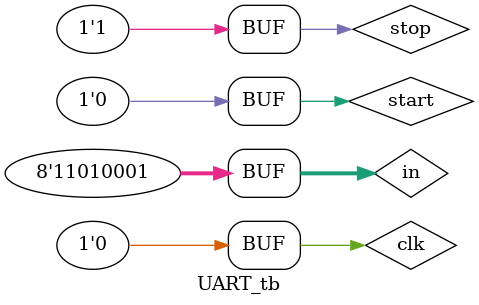
<source format=v>
module UART_tb;
  reg clk,start,stop;
  reg [7:0] in;
  wire out,t_done,t_active,r_done;
  wire [7:0] O;

  UART_transmitter inst(clk,start,in,stop,t_active,out,t_done);
  UART_receiver inst1(out,clk,O,r_done);
  
   initial
     repeat(2500)
    #200 clk=~clk;   // baud rate=9600 bps
                      // frequency of our clock input=250 kHz
                      // 250000/9600=26 clock cyles per bit
                     //We have a fixed clk input 
  initial
    begin
      $dumpfile("UART_tb.vcd");
      $dumpvars(0,UART_tb);
      clk=0;
      start=1'b0;
      in=8'b11010001;
      stop=1'b1;
    end
  

  
  initial 
    begin
    $monitor($time,"   t_active=%b    out=%b     t_done=%b",t_active,out,t_done);
      $monitor($time,"   O=%b              r_done=%b",O,r_done);
    end
        
  
endmodule 
</source>
